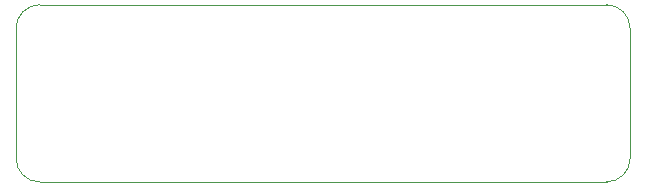
<source format=gbr>
%FSLAX34Y34*%
G04 Gerber Fmt 3.4, Leading zero omitted, Abs format*
G04 (created by PCBNEW (2014-03-19 BZR 4756)-product) date Fri 20 Jun 2014 08:00:44 BST*
%MOIN*%
G01*
G70*
G90*
G04 APERTURE LIST*
%ADD10C,0.005906*%
%ADD11C,0.003937*%
G04 APERTURE END LIST*
G54D10*
G54D11*
X47194Y-32125D02*
X47194Y-36456D01*
X67667Y-36456D02*
X67667Y-32125D01*
X47982Y-37244D02*
X66879Y-37244D01*
X47194Y-36456D02*
G75*
G03X47982Y-37244I787J0D01*
G74*
G01*
X66879Y-37244D02*
G75*
G03X67667Y-36456I0J787D01*
G74*
G01*
X66879Y-31338D02*
X47982Y-31338D01*
X47982Y-31338D02*
G75*
G03X47194Y-32125I0J-787D01*
G74*
G01*
X67667Y-32125D02*
G75*
G03X66879Y-31338I-787J0D01*
G74*
G01*
M02*

</source>
